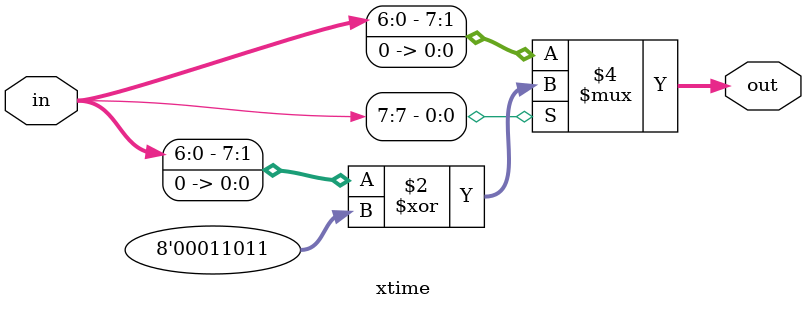
<source format=sv>
module xtime(output [7:0] out,
             input [7:0] in);

    assign out = in[7] ? (in << 1) ^ 8'h1B : (in << 1);

endmodule
</source>
